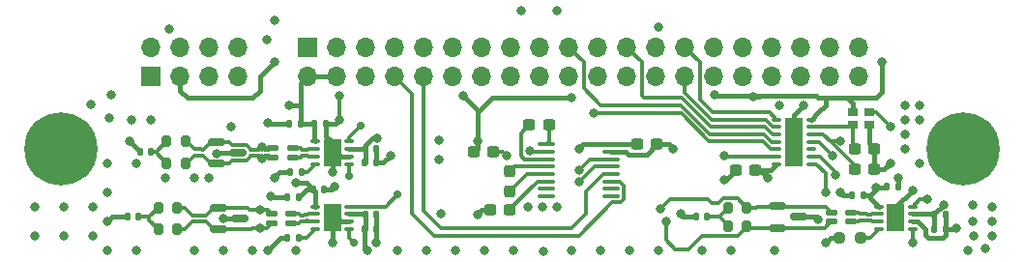
<source format=gbr>
%TF.GenerationSoftware,KiCad,Pcbnew,7.0.8*%
%TF.CreationDate,2024-02-04T14:44:40+01:00*%
%TF.ProjectId,HatV2,48617456-322e-46b6-9963-61645f706362,V2*%
%TF.SameCoordinates,PX5faea10PY6c663e8*%
%TF.FileFunction,Copper,L1,Top*%
%TF.FilePolarity,Positive*%
%FSLAX46Y46*%
G04 Gerber Fmt 4.6, Leading zero omitted, Abs format (unit mm)*
G04 Created by KiCad (PCBNEW 7.0.8) date 2024-02-04 14:44:40*
%MOMM*%
%LPD*%
G01*
G04 APERTURE LIST*
G04 Aperture macros list*
%AMRoundRect*
0 Rectangle with rounded corners*
0 $1 Rounding radius*
0 $2 $3 $4 $5 $6 $7 $8 $9 X,Y pos of 4 corners*
0 Add a 4 corners polygon primitive as box body*
4,1,4,$2,$3,$4,$5,$6,$7,$8,$9,$2,$3,0*
0 Add four circle primitives for the rounded corners*
1,1,$1+$1,$2,$3*
1,1,$1+$1,$4,$5*
1,1,$1+$1,$6,$7*
1,1,$1+$1,$8,$9*
0 Add four rect primitives between the rounded corners*
20,1,$1+$1,$2,$3,$4,$5,0*
20,1,$1+$1,$4,$5,$6,$7,0*
20,1,$1+$1,$6,$7,$8,$9,0*
20,1,$1+$1,$8,$9,$2,$3,0*%
G04 Aperture macros list end*
%TA.AperFunction,SMDPad,CuDef*%
%ADD10R,0.900000X0.800000*%
%TD*%
%TA.AperFunction,SMDPad,CuDef*%
%ADD11RoundRect,0.200000X-0.200000X-0.275000X0.200000X-0.275000X0.200000X0.275000X-0.200000X0.275000X0*%
%TD*%
%TA.AperFunction,SMDPad,CuDef*%
%ADD12RoundRect,0.135000X0.135000X0.185000X-0.135000X0.185000X-0.135000X-0.185000X0.135000X-0.185000X0*%
%TD*%
%TA.AperFunction,SMDPad,CuDef*%
%ADD13RoundRect,0.140000X-0.140000X-0.170000X0.140000X-0.170000X0.140000X0.170000X-0.140000X0.170000X0*%
%TD*%
%TA.AperFunction,SMDPad,CuDef*%
%ADD14RoundRect,0.237500X-0.300000X-0.237500X0.300000X-0.237500X0.300000X0.237500X-0.300000X0.237500X0*%
%TD*%
%TA.AperFunction,SMDPad,CuDef*%
%ADD15RoundRect,0.237500X0.300000X0.237500X-0.300000X0.237500X-0.300000X-0.237500X0.300000X-0.237500X0*%
%TD*%
%TA.AperFunction,SMDPad,CuDef*%
%ADD16RoundRect,0.200000X0.200000X0.275000X-0.200000X0.275000X-0.200000X-0.275000X0.200000X-0.275000X0*%
%TD*%
%TA.AperFunction,SMDPad,CuDef*%
%ADD17RoundRect,0.140000X0.140000X0.170000X-0.140000X0.170000X-0.140000X-0.170000X0.140000X-0.170000X0*%
%TD*%
%TA.AperFunction,SMDPad,CuDef*%
%ADD18RoundRect,0.075000X0.350000X0.075000X-0.350000X0.075000X-0.350000X-0.075000X0.350000X-0.075000X0*%
%TD*%
%TA.AperFunction,ComponentPad*%
%ADD19C,0.500000*%
%TD*%
%TA.AperFunction,SMDPad,CuDef*%
%ADD20R,1.600000X2.400000*%
%TD*%
%TA.AperFunction,ComponentPad*%
%ADD21R,1.700000X1.700000*%
%TD*%
%TA.AperFunction,ComponentPad*%
%ADD22O,1.700000X1.700000*%
%TD*%
%TA.AperFunction,SMDPad,CuDef*%
%ADD23RoundRect,0.150000X-0.587500X-0.150000X0.587500X-0.150000X0.587500X0.150000X-0.587500X0.150000X0*%
%TD*%
%TA.AperFunction,SMDPad,CuDef*%
%ADD24RoundRect,0.237500X0.250000X0.237500X-0.250000X0.237500X-0.250000X-0.237500X0.250000X-0.237500X0*%
%TD*%
%TA.AperFunction,SMDPad,CuDef*%
%ADD25RoundRect,0.100000X-0.637500X-0.100000X0.637500X-0.100000X0.637500X0.100000X-0.637500X0.100000X0*%
%TD*%
%TA.AperFunction,ComponentPad*%
%ADD26C,0.800000*%
%TD*%
%TA.AperFunction,ComponentPad*%
%ADD27C,6.400000*%
%TD*%
%TA.AperFunction,SMDPad,CuDef*%
%ADD28O,0.850000X0.350000*%
%TD*%
%TA.AperFunction,SMDPad,CuDef*%
%ADD29R,1.650000X4.250000*%
%TD*%
%TA.AperFunction,SMDPad,CuDef*%
%ADD30RoundRect,0.237500X0.237500X-0.300000X0.237500X0.300000X-0.237500X0.300000X-0.237500X-0.300000X0*%
%TD*%
%TA.AperFunction,SMDPad,CuDef*%
%ADD31RoundRect,0.020000X0.430000X-0.180000X0.430000X0.180000X-0.430000X0.180000X-0.430000X-0.180000X0*%
%TD*%
%TA.AperFunction,ViaPad*%
%ADD32C,0.800000*%
%TD*%
%TA.AperFunction,ViaPad*%
%ADD33C,0.700000*%
%TD*%
%TA.AperFunction,Conductor*%
%ADD34C,0.400000*%
%TD*%
%TA.AperFunction,Conductor*%
%ADD35C,0.300000*%
%TD*%
G04 APERTURE END LIST*
D10*
%TO.P,Y1,1,1*%
%TO.N,/SPI to CAN/OSC1*%
X74165000Y11600000D03*
%TO.P,Y1,2,2*%
%TO.N,GND*%
X75565000Y11600000D03*
%TO.P,Y1,3,3*%
%TO.N,/SPI to CAN/OSC2*%
X75565000Y12700000D03*
%TO.P,Y1,4,4*%
%TO.N,GND*%
X74165000Y12700000D03*
%TD*%
D11*
%TO.P,R6,1*%
%TO.N,/CAN BUS 1/TERM_CAPA*%
X13335000Y4347037D03*
%TO.P,R6,2*%
%TO.N,/CAN BUS 1/CH1-*%
X14985000Y4347037D03*
%TD*%
D12*
%TO.P,R4,1*%
%TO.N,/CAN BUS 1/CAN_SILENT_1*%
X25647710Y1703718D03*
%TO.P,R4,2*%
%TO.N,GND*%
X24627710Y1703718D03*
%TD*%
D13*
%TO.P,C2,1*%
%TO.N,+5V*%
X27038744Y11699136D03*
%TO.P,C2,2*%
%TO.N,GND*%
X27998744Y11699136D03*
%TD*%
D14*
%TO.P,C12,1*%
%TO.N,/SPI to CAN/OSC1*%
X74295000Y9525000D03*
%TO.P,C12,2*%
%TO.N,GND*%
X76020000Y9525000D03*
%TD*%
D15*
%TO.P,C16,1*%
%TO.N,/RS232 to UART/V-*%
X44137500Y4120000D03*
%TO.P,C16,2*%
%TO.N,GND*%
X42412500Y4120000D03*
%TD*%
D16*
%TO.P,R5,1*%
%TO.N,/CAN BUS 1/CH1+*%
X14985000Y2442037D03*
%TO.P,R5,2*%
%TO.N,/CAN BUS 1/TERM_CAPA*%
X13335000Y2442037D03*
%TD*%
D13*
%TO.P,C9,1*%
%TO.N,+3V3*%
X31445862Y2495001D03*
%TO.P,C9,2*%
%TO.N,GND*%
X32405862Y2495001D03*
%TD*%
D17*
%TO.P,C6,1*%
%TO.N,+5V*%
X25616860Y5273076D03*
%TO.P,C6,2*%
%TO.N,GND*%
X24656860Y5273076D03*
%TD*%
%TO.P,C23,1*%
%TO.N,/CAN BUS SPI/TERM_CAPA*%
X61412741Y3565679D03*
%TO.P,C23,2*%
%TO.N,GND*%
X60452741Y3565679D03*
%TD*%
%TO.P,C1,1*%
%TO.N,+5V*%
X25798853Y11734241D03*
%TO.P,C1,2*%
%TO.N,GND*%
X24838853Y11734241D03*
%TD*%
D18*
%TO.P,U7,1,TXD*%
%TO.N,/CAN BUS SPI/TDX_SPI*%
X79375000Y2495000D03*
%TO.P,U7,2,GND*%
%TO.N,GND*%
X79375000Y3145000D03*
%TO.P,U7,3,VCC*%
%TO.N,+3V3*%
X79375000Y3795000D03*
%TO.P,U7,4,RXD*%
%TO.N,/CAN BUS SPI/RDX_SPI*%
X79375000Y4445000D03*
%TO.P,U7,5,VIO*%
%TO.N,+5V*%
X76475000Y4445000D03*
%TO.P,U7,6,CANL*%
%TO.N,/CAN BUS SPI/CAN-*%
X76475000Y3795000D03*
%TO.P,U7,7,CANH*%
%TO.N,/CAN BUS SPI/CAN+*%
X76475000Y3145000D03*
%TO.P,U7,8,S*%
%TO.N,Net-(U7-S)*%
X76475000Y2495000D03*
D19*
%TO.P,U7,9,PAD*%
%TO.N,GND*%
X78425000Y3470000D03*
X77925000Y2570000D03*
D20*
X77925000Y3470000D03*
D19*
X77925000Y4370000D03*
X77425000Y3470000D03*
%TD*%
D13*
%TO.P,C20,1*%
%TO.N,+5V*%
X77145000Y6148029D03*
%TO.P,C20,2*%
%TO.N,GND*%
X78105000Y6148029D03*
%TD*%
%TO.P,C7,1*%
%TO.N,+5V*%
X26912171Y5957071D03*
%TO.P,C7,2*%
%TO.N,GND*%
X27872171Y5957071D03*
%TD*%
D16*
%TO.P,R2,1*%
%TO.N,/CAN BUS 0/CH0+*%
X15732500Y8225000D03*
%TO.P,R2,2*%
%TO.N,/CAN BUS 0/TERM_CAPA*%
X14082500Y8225000D03*
%TD*%
D12*
%TO.P,R1,1*%
%TO.N,/CAN BUS 0/CAN_SILENT_1*%
X25911577Y7479469D03*
%TO.P,R1,2*%
%TO.N,GND*%
X24891577Y7479469D03*
%TD*%
D21*
%TO.P,J5,1,Pin_1*%
%TO.N,+3V3*%
X26411000Y18415000D03*
D22*
%TO.P,J5,2,Pin_2*%
%TO.N,+5V*%
X26411000Y15875000D03*
%TO.P,J5,3,Pin_3*%
%TO.N,/I2C_GP5_DAT*%
X28951000Y18415000D03*
%TO.P,J5,4,Pin_4*%
%TO.N,+5V*%
X28951000Y15875000D03*
%TO.P,J5,5,Pin_5*%
%TO.N,/I2C_GP5_CLK*%
X31491000Y18415000D03*
%TO.P,J5,6,Pin_6*%
%TO.N,GND*%
X31491000Y15875000D03*
%TO.P,J5,7,Pin_7*%
%TO.N,/MCLK05*%
X34031000Y18415000D03*
%TO.P,J5,8,Pin_8*%
%TO.N,/UART1_TX*%
X34031000Y15875000D03*
%TO.P,J5,9,Pin_9*%
%TO.N,GND*%
X36571000Y18415000D03*
%TO.P,J5,10,Pin_10*%
%TO.N,/UART1_RX*%
X36571000Y15875000D03*
%TO.P,J5,11,Pin_11*%
%TO.N,/UART1_RTS*%
X39111000Y18415000D03*
%TO.P,J5,12,Pin_12*%
%TO.N,/I2S2_CLK*%
X39111000Y15875000D03*
%TO.P,J5,13,Pin_13*%
%TO.N,/PWM01*%
X41651000Y18415000D03*
%TO.P,J5,14,Pin_14*%
%TO.N,GND*%
X41651000Y15875000D03*
%TO.P,J5,15,Pin_15*%
%TO.N,/GPIO27_PWM2*%
X44191000Y18415000D03*
%TO.P,J5,16,Pin_16*%
%TO.N,/GPIO8_AO_DMIC_IN_DAT*%
X44191000Y15875000D03*
%TO.P,J5,17,Pin_17*%
%TO.N,+3V3*%
X46731000Y18415000D03*
%TO.P,J5,18,Pin_18*%
%TO.N,/GPIO35_PWM3*%
X46731000Y15875000D03*
%TO.P,J5,19,Pin_19*%
%TO.N,/SPI1_MOSI*%
X49271000Y18415000D03*
%TO.P,J5,20,Pin_20*%
%TO.N,GND*%
X49271000Y15875000D03*
%TO.P,J5,21,Pin_21*%
%TO.N,/SPI1_MISO*%
X51811000Y18415000D03*
%TO.P,J5,22,Pin_22*%
%TO.N,/GPIO17_40HEADER*%
X51811000Y15875000D03*
%TO.P,J5,23,Pin_23*%
%TO.N,/SPI1_SCK*%
X54351000Y18415000D03*
%TO.P,J5,24,Pin_24*%
%TO.N,/SPI1_CS0*%
X54351000Y15875000D03*
%TO.P,J5,25,Pin_25*%
%TO.N,GND*%
X56891000Y18415000D03*
%TO.P,J5,26,Pin_26*%
%TO.N,/SPI1_CS1*%
X56891000Y15875000D03*
%TO.P,J5,27,Pin_27*%
%TO.N,/I2C_GP2_DAT*%
X59431000Y18415000D03*
%TO.P,J5,28,Pin_28*%
%TO.N,/I2C_GP2_CLK*%
X59431000Y15875000D03*
%TO.P,J5,29,Pin_29*%
%TO.N,/CAN0_DIN*%
X61971000Y18415000D03*
%TO.P,J5,30,Pin_30*%
%TO.N,GND*%
X61971000Y15875000D03*
%TO.P,J5,31,Pin_31*%
%TO.N,/CAN0_DOUT*%
X64511000Y18415000D03*
%TO.P,J5,32,Pin_32*%
%TO.N,/GPIO9_CAN1_GPIO0_DMIC_CLK*%
X64511000Y15875000D03*
%TO.P,J5,33,Pin_33*%
%TO.N,/CAN1_DOUT*%
X67051000Y18415000D03*
%TO.P,J5,34,Pin_34*%
%TO.N,GND*%
X67051000Y15875000D03*
%TO.P,J5,35,Pin_35*%
%TO.N,/I2S_FS*%
X69591000Y18415000D03*
%TO.P,J5,36,Pin_36*%
%TO.N,/UART1_CTS*%
X69591000Y15875000D03*
%TO.P,J5,37,Pin_37*%
%TO.N,/CAN1_DIN*%
X72131000Y18415000D03*
%TO.P,J5,38,Pin_38*%
%TO.N,/I2S_SDIN*%
X72131000Y15875000D03*
%TO.P,J5,39,Pin_39*%
%TO.N,GND*%
X74671000Y18415000D03*
%TO.P,J5,40,Pin_40*%
%TO.N,/I2S_SDOUT*%
X74671000Y15875000D03*
%TD*%
D15*
%TO.P,C13,1*%
%TO.N,+3V3*%
X65632500Y7620000D03*
%TO.P,C13,2*%
%TO.N,GND*%
X63907500Y7620000D03*
%TD*%
D18*
%TO.P,U1,1,TXD*%
%TO.N,/CAN0_DOUT*%
X30025000Y8180000D03*
%TO.P,U1,2,GND*%
%TO.N,GND*%
X30025000Y8830000D03*
%TO.P,U1,3,VCC*%
%TO.N,+3V3*%
X30025000Y9480000D03*
%TO.P,U1,4,RXD*%
%TO.N,/CAN0_DIN*%
X30025000Y10130000D03*
%TO.P,U1,5,VIO*%
%TO.N,+5V*%
X27125000Y10130000D03*
%TO.P,U1,6,CANL*%
%TO.N,/CAN BUS 0/CAN-*%
X27125000Y9480000D03*
%TO.P,U1,7,CANH*%
%TO.N,/CAN BUS 0/CAN+*%
X27125000Y8830000D03*
%TO.P,U1,8,S*%
%TO.N,/CAN BUS 0/CAN_SILENT_1*%
X27125000Y8180000D03*
D19*
%TO.P,U1,9,PAD*%
%TO.N,GND*%
X29075000Y9155000D03*
X28575000Y8255000D03*
D20*
X28575000Y9155000D03*
D19*
X28575000Y10055000D03*
X28075000Y9155000D03*
%TD*%
D23*
%TO.P,U2,1,K1*%
%TO.N,/CAN BUS 0/CH0-*%
X18415000Y10094923D03*
%TO.P,U2,2,K2*%
%TO.N,/CAN BUS 0/CH0+*%
X18415000Y8194923D03*
%TO.P,U2,3,CC*%
%TO.N,GND*%
X20290000Y9144923D03*
%TD*%
D14*
%TO.P,C11,1*%
%TO.N,/SPI to CAN/OSC2*%
X74296488Y7695561D03*
%TO.P,C11,2*%
%TO.N,GND*%
X76021488Y7695561D03*
%TD*%
D17*
%TO.P,C19,1*%
%TO.N,+5V*%
X75076406Y5401800D03*
%TO.P,C19,2*%
%TO.N,GND*%
X74116406Y5401800D03*
%TD*%
D13*
%TO.P,C21,1*%
%TO.N,+3V3*%
X81315000Y3692726D03*
%TO.P,C21,2*%
%TO.N,GND*%
X82275000Y3692726D03*
%TD*%
D11*
%TO.P,R9,1*%
%TO.N,/CAN BUS SPI/TERM_CAPA*%
X63225000Y4327726D03*
%TO.P,R9,2*%
%TO.N,/CAN BUS SPI/CHS_N*%
X64875000Y4327726D03*
%TD*%
D17*
%TO.P,C5,1*%
%TO.N,/CAN BUS 0/TERM_CAPA*%
X12692263Y9214163D03*
%TO.P,C5,2*%
%TO.N,GND*%
X11732263Y9214163D03*
%TD*%
D13*
%TO.P,C4,1*%
%TO.N,+3V3*%
X31438535Y8274923D03*
%TO.P,C4,2*%
%TO.N,GND*%
X32398535Y8274923D03*
%TD*%
D24*
%TO.P,R7,1*%
%TO.N,Net-(U7-S)*%
X74820055Y1690010D03*
%TO.P,R7,2*%
%TO.N,GND*%
X72995055Y1690010D03*
%TD*%
D25*
%TO.P,U6,1,C1+*%
%TO.N,/RS232 to UART/C1+*%
X47302500Y9895000D03*
%TO.P,U6,2,V+*%
%TO.N,/RS232 to UART/V+*%
X47302500Y9245000D03*
%TO.P,U6,3,C1-*%
%TO.N,/RS232 to UART/C1-*%
X47302500Y8595000D03*
%TO.P,U6,4,C2+*%
%TO.N,/RS232 to UART/C2+*%
X47302500Y7945000D03*
%TO.P,U6,5,C2-*%
%TO.N,/RS232 to UART/C2-*%
X47302500Y7295000D03*
%TO.P,U6,6,V-*%
%TO.N,/RS232 to UART/V-*%
X47302500Y6645000D03*
%TO.P,U6,7,DOUT2*%
%TO.N,unconnected-(U6-DOUT2-Pad7)*%
X47302500Y5995000D03*
%TO.P,U6,8,RIN2*%
%TO.N,unconnected-(U6-RIN2-Pad8)*%
X47302500Y5345000D03*
%TO.P,U6,9,ROUT2*%
%TO.N,unconnected-(U6-ROUT2-Pad9)*%
X53027500Y5345000D03*
%TO.P,U6,10,DIN2*%
%TO.N,unconnected-(U6-DIN2-Pad10)*%
X53027500Y5995000D03*
%TO.P,U6,11,DIN1*%
%TO.N,/UART1_TX*%
X53027500Y6645000D03*
%TO.P,U6,12,ROUT1*%
%TO.N,/UART1_RX*%
X53027500Y7295000D03*
%TO.P,U6,13,RIN1*%
%TO.N,/RS232 to UART/RIN1*%
X53027500Y7945000D03*
%TO.P,U6,14,DOUT1*%
%TO.N,/RS232 to UART/DOUT1*%
X53027500Y8595000D03*
%TO.P,U6,15,GND*%
%TO.N,GND*%
X53027500Y9245000D03*
%TO.P,U6,16,VCC*%
%TO.N,+3V3*%
X53027500Y9895000D03*
%TD*%
D26*
%TO.P,H1,1*%
%TO.N,N/C*%
X4821000Y11897056D03*
X6518056Y7800000D03*
X6518056Y11194112D03*
X7221000Y9497056D03*
D27*
X4821000Y9497056D03*
D26*
X4821000Y7097056D03*
X3123944Y11194112D03*
X3123944Y7800000D03*
X2421000Y9497056D03*
%TD*%
D28*
%TO.P,U5,1,TXCAN*%
%TO.N,/CAN BUS SPI/TDX_SPI*%
X70492500Y8165000D03*
%TO.P,U5,2,RXCAN*%
%TO.N,/CAN BUS SPI/RDX_SPI*%
X70492500Y8815000D03*
%TO.P,U5,3,CLKO/SOF*%
%TO.N,unconnected-(U5-CLKO{slash}SOF-Pad3)*%
X70492500Y9465000D03*
%TO.P,U5,4,~{INT}*%
%TO.N,/GPIO17_40HEADER*%
X70492500Y10115000D03*
%TO.P,U5,5,OSC2*%
%TO.N,/SPI to CAN/OSC2*%
X70492500Y10765000D03*
%TO.P,U5,6,OSC1*%
%TO.N,/SPI to CAN/OSC1*%
X70492500Y11415000D03*
%TO.P,U5,7,VSS*%
%TO.N,GND*%
X70492500Y12065000D03*
%TO.P,U5,8,~{INT1}/GPIO1*%
%TO.N,/I2C_GP2_DAT*%
X67492500Y12065000D03*
%TO.P,U5,9,~{INT0}/GPIO0/XSTBY*%
%TO.N,/I2C_GP2_CLK*%
X67492500Y11415000D03*
%TO.P,U5,10,SCK*%
%TO.N,/SPI1_SCK*%
X67492500Y10765000D03*
%TO.P,U5,11,SDI*%
%TO.N,/SPI1_MOSI*%
X67492500Y10115000D03*
%TO.P,U5,12,SDO*%
%TO.N,/SPI1_MISO*%
X67492500Y9465000D03*
%TO.P,U5,13,nCS*%
%TO.N,/SPI1_CS0*%
X67492500Y8815000D03*
%TO.P,U5,14,VDD*%
%TO.N,+3V3*%
X67492500Y8165000D03*
D29*
%TO.P,U5,15,VSS*%
%TO.N,GND*%
X68992500Y10115000D03*
%TD*%
D23*
%TO.P,U4,1,K1*%
%TO.N,/CAN BUS 1/CH1-*%
X18636494Y4359549D03*
%TO.P,U4,2,K2*%
%TO.N,/CAN BUS 1/CH1+*%
X18636494Y2459549D03*
%TO.P,U4,3,CC*%
%TO.N,GND*%
X20511494Y3409549D03*
%TD*%
D11*
%TO.P,R3,1*%
%TO.N,/CAN BUS 0/TERM_CAPA*%
X14082500Y10130000D03*
%TO.P,R3,2*%
%TO.N,/CAN BUS 0/CH0-*%
X15732500Y10130000D03*
%TD*%
D23*
%TO.P,U8,1,K1*%
%TO.N,/CAN BUS SPI/CHS_N*%
X67560627Y4489853D03*
%TO.P,U8,2,K2*%
%TO.N,/CAN BUS SPI/CHS_P*%
X67560627Y2589853D03*
%TO.P,U8,3,CC*%
%TO.N,GND*%
X69435627Y3539853D03*
%TD*%
D13*
%TO.P,C3,1*%
%TO.N,+3V3*%
X31450000Y9495000D03*
%TO.P,C3,2*%
%TO.N,GND*%
X32410000Y9495000D03*
%TD*%
D30*
%TO.P,C18,1*%
%TO.N,/RS232 to UART/C2-*%
X44137500Y5797500D03*
%TO.P,C18,2*%
%TO.N,/RS232 to UART/C2+*%
X44137500Y7522500D03*
%TD*%
D18*
%TO.P,U3,1,TXD*%
%TO.N,/CAN1_DOUT*%
X30025000Y2495000D03*
%TO.P,U3,2,GND*%
%TO.N,GND*%
X30025000Y3145000D03*
%TO.P,U3,3,VCC*%
%TO.N,+3V3*%
X30025000Y3795000D03*
%TO.P,U3,4,RXD*%
%TO.N,/CAN1_DIN*%
X30025000Y4445000D03*
%TO.P,U3,5,VIO*%
%TO.N,+5V*%
X27125000Y4445000D03*
%TO.P,U3,6,CANL*%
%TO.N,/CAN BUS 1/CAN-*%
X27125000Y3795000D03*
%TO.P,U3,7,CANH*%
%TO.N,/CAN BUS 1/CAN+*%
X27125000Y3145000D03*
%TO.P,U3,8,S*%
%TO.N,/CAN BUS 1/CAN_SILENT_1*%
X27125000Y2495000D03*
D19*
%TO.P,U3,9,PAD*%
%TO.N,GND*%
X29075000Y3470000D03*
X28575000Y2570000D03*
D20*
X28575000Y3470000D03*
D19*
X28575000Y4370000D03*
X28075000Y3470000D03*
%TD*%
D13*
%TO.P,C22,1*%
%TO.N,+3V3*%
X81315000Y2422726D03*
%TO.P,C22,2*%
%TO.N,GND*%
X82275000Y2422726D03*
%TD*%
D14*
%TO.P,C14,1*%
%TO.N,+3V3*%
X55279108Y9883630D03*
%TO.P,C14,2*%
%TO.N,GND*%
X57004108Y9883630D03*
%TD*%
D26*
%TO.P,H2,1*%
%TO.N,N/C*%
X83820000Y11925000D03*
X85517056Y7827944D03*
X85517056Y11222056D03*
X86220000Y9525000D03*
D27*
X83820000Y9525000D03*
D26*
X83820000Y7125000D03*
X82122944Y11222056D03*
X82122944Y7827944D03*
X81420000Y9525000D03*
%TD*%
D31*
%TO.P,FL2,1,1*%
%TO.N,/CAN BUS 1/CAN+*%
X24997656Y3010000D03*
%TO.P,FL2,2,2*%
%TO.N,/CAN BUS 1/CAN-*%
X24997656Y3810000D03*
%TO.P,FL2,3,3*%
%TO.N,/CAN BUS 1/CH1-*%
X23297656Y3810000D03*
%TO.P,FL2,4,4*%
%TO.N,/CAN BUS 1/CH1+*%
X23297656Y3010000D03*
%TD*%
D15*
%TO.P,C15,1*%
%TO.N,/RS232 to UART/V+*%
X42687500Y9200000D03*
%TO.P,C15,2*%
%TO.N,GND*%
X40962500Y9200000D03*
%TD*%
D31*
%TO.P,FL1,1,1*%
%TO.N,/CAN BUS 0/CAN+*%
X25101824Y8744923D03*
%TO.P,FL1,2,2*%
%TO.N,/CAN BUS 0/CAN-*%
X25101824Y9544923D03*
%TO.P,FL1,3,3*%
%TO.N,/CAN BUS 0/CH0-*%
X23401824Y9544923D03*
%TO.P,FL1,4,4*%
%TO.N,/CAN BUS 0/CH0+*%
X23401824Y8744923D03*
%TD*%
D13*
%TO.P,C8,1*%
%TO.N,+3V3*%
X31450000Y3765000D03*
%TO.P,C8,2*%
%TO.N,GND*%
X32410000Y3765000D03*
%TD*%
D31*
%TO.P,FL3,1,1*%
%TO.N,/CAN BUS SPI/CAN+*%
X73961362Y3117737D03*
%TO.P,FL3,2,2*%
%TO.N,/CAN BUS SPI/CAN-*%
X73961362Y3917737D03*
%TO.P,FL3,3,3*%
%TO.N,/CAN BUS SPI/CHS_N*%
X72261362Y3917737D03*
%TO.P,FL3,4,4*%
%TO.N,/CAN BUS SPI/CHS_P*%
X72261362Y3117737D03*
%TD*%
D16*
%TO.P,R8,1*%
%TO.N,/CAN BUS SPI/CHS_P*%
X64861146Y2714972D03*
%TO.P,R8,2*%
%TO.N,/CAN BUS SPI/TERM_CAPA*%
X63211146Y2714972D03*
%TD*%
D15*
%TO.P,C17,1*%
%TO.N,/RS232 to UART/C1+*%
X47540000Y11618075D03*
%TO.P,C17,2*%
%TO.N,/RS232 to UART/C1-*%
X45815000Y11618075D03*
%TD*%
D17*
%TO.P,C10,1*%
%TO.N,/CAN BUS 1/TERM_CAPA*%
X11616039Y3577776D03*
%TO.P,C10,2*%
%TO.N,GND*%
X10656039Y3577776D03*
%TD*%
D21*
%TO.P,J6,1,Pin_1*%
%TO.N,GND*%
X12700000Y15875000D03*
D22*
%TO.P,J6,2,Pin_2*%
%TO.N,/I2C_GP5_DAT*%
X12700000Y18415000D03*
%TO.P,J6,3,Pin_3*%
%TO.N,/I2C_GP5_CLK*%
X15240000Y15875000D03*
%TO.P,J6,4,Pin_4*%
%TO.N,/PWM01*%
X15240000Y18415000D03*
%TO.P,J6,5,Pin_5*%
%TO.N,/GPIO27_PWM2*%
X17780000Y15875000D03*
%TO.P,J6,6,Pin_6*%
%TO.N,/GPIO35_PWM3*%
X17780000Y18415000D03*
%TO.P,J6,7,Pin_7*%
%TO.N,/GPIO8_AO_DMIC_IN_DAT*%
X20320000Y15875000D03*
%TO.P,J6,8,Pin_8*%
%TO.N,GND*%
X20320000Y18415000D03*
%TD*%
D32*
%TO.N,GND*%
X7467600Y13385800D03*
X9194800Y14198600D03*
X9093200Y12166600D03*
X84632800Y4546600D03*
X84632800Y3175000D03*
X84734400Y1905000D03*
X17780000Y6985000D03*
X37934857Y8572253D03*
X37934857Y10287198D03*
X38056197Y3802825D03*
X8890000Y635000D03*
X11430000Y635000D03*
X25400000Y635000D03*
X21590000Y635000D03*
X19050000Y635000D03*
X16510000Y635000D03*
X13970000Y6985000D03*
X16510000Y6985000D03*
X11430000Y8255000D03*
X8890000Y8255000D03*
X8890000Y5715000D03*
X86360000Y3175000D03*
X85750400Y736600D03*
X86360000Y1905000D03*
X86360000Y4445000D03*
X84277200Y584200D03*
X67310000Y635000D03*
X63500000Y635000D03*
X60960000Y635000D03*
X57150000Y635000D03*
X54610000Y635000D03*
X52070000Y635000D03*
X49530000Y635000D03*
X47091600Y533400D03*
X44450000Y635000D03*
X41910000Y635000D03*
X39370000Y635000D03*
X36830000Y635000D03*
X34290000Y635000D03*
X46990000Y4445000D03*
X80010000Y12065000D03*
X80010000Y8255000D03*
X78740000Y9525000D03*
X78740000Y10795000D03*
X78740000Y12065000D03*
X78740000Y13335000D03*
X80010000Y13335000D03*
X48260000Y4445000D03*
X45720000Y4445000D03*
X12700000Y12065000D03*
X10972800Y12065000D03*
X7620000Y1905000D03*
X5080000Y1905000D03*
X2540000Y1905000D03*
X7620000Y4445000D03*
X5080000Y4445000D03*
X2540000Y4445000D03*
X79375000Y5829500D03*
X28575000Y7455500D03*
X28575000Y1270000D03*
X69850000Y13335000D03*
X49530000Y13970000D03*
X29210000Y12065000D03*
X29210000Y14134500D03*
X77470000Y8255000D03*
X40005000Y14134500D03*
X28776756Y6219500D03*
X59055000Y3810000D03*
%TO.N,/CAN BUS SPI/CHS_N*%
X57346161Y4257617D03*
%TO.N,/CAN BUS SPI/CHS_P*%
X57785000Y3175000D03*
%TO.N,GND*%
X78105000Y6985000D03*
X71120000Y3339353D03*
X62865000Y6820500D03*
D33*
%TO.N,/CAN1_DIN*%
X34290000Y5496820D03*
D32*
%TO.N,GND*%
X76720500Y17145000D03*
X65405000Y14085419D03*
%TO.N,/I2C_GP5_CLK*%
X23495000Y17145000D03*
%TO.N,GND*%
X62075232Y14240187D03*
X57150000Y20155500D03*
X22860000Y19050000D03*
%TO.N,/RS232 to UART/V+*%
X45874467Y9349649D03*
X43815000Y8890000D03*
%TO.N,GND*%
X41275000Y10160000D03*
X41275000Y3732384D03*
%TO.N,/SPI to CAN/OSC2*%
X77470000Y11430000D03*
X73025000Y10160000D03*
%TO.N,+5V*%
X25400000Y6520820D03*
X76212898Y6127056D03*
X24765000Y13335000D03*
%TO.N,GND*%
X10795000Y10160000D03*
X23495000Y6985000D03*
X33655000Y8890000D03*
X32385000Y1270000D03*
X8890000Y3175000D03*
X23211114Y5363886D03*
X19685000Y11430000D03*
X22910500Y11777144D03*
X71755000Y1270000D03*
X19050000Y3359049D03*
X83185000Y2540000D03*
X58420000Y9525000D03*
X18415000Y9094423D03*
X73025000Y5715000D03*
X22934844Y635000D03*
%TO.N,+3V3*%
X66675000Y6985000D03*
X82143669Y4602226D03*
X50165000Y9525000D03*
X32489192Y10404500D03*
X31678245Y563245D03*
%TO.N,/I2C_GP5_DAT*%
X14287500Y20002500D03*
%TO.N,/GPIO8_AO_DMIC_IN_DAT*%
X45085000Y21590000D03*
%TO.N,/GPIO35_PWM3*%
X23495000Y20790500D03*
X48260000Y21590000D03*
%TO.N,/SPI1_MISO*%
X51435000Y12585500D03*
%TO.N,/GPIO17_40HEADER*%
X72390000Y8890000D03*
%TO.N,/SPI1_CS0*%
X67730304Y13335919D03*
X62869984Y8890000D03*
D33*
%TO.N,/CAN0_DIN*%
X31043245Y11501755D03*
%TO.N,/CAN0_DOUT*%
X30016904Y7110660D03*
%TO.N,/CAN1_DOUT*%
X30480000Y1270000D03*
D32*
%TO.N,/RS232 to UART/RIN1*%
X50165000Y6620497D03*
%TO.N,/RS232 to UART/DOUT1*%
X50165000Y7620000D03*
%TO.N,/CAN BUS SPI/TDX_SPI*%
X71755000Y5715000D03*
X79375000Y1270000D03*
%TO.N,/CAN BUS SPI/RDX_SPI*%
X80645000Y5080000D03*
X72637832Y7232832D03*
%TO.N,/CAN BUS 0/CH0+*%
X22428704Y8619923D03*
%TO.N,/CAN BUS 0/CH0-*%
X22428704Y9669923D03*
%TO.N,/CAN BUS 1/CH1+*%
X22225000Y2540000D03*
%TO.N,/CAN BUS 1/CH1-*%
X22225000Y4174503D03*
%TD*%
D34*
%TO.N,+3V3*%
X81315000Y3806402D02*
X81315000Y3692726D01*
X82110824Y4602226D02*
X81315000Y3806402D01*
X82143669Y4602226D02*
X82110824Y4602226D01*
%TO.N,GND*%
X82042000Y1701800D02*
X82275000Y1934800D01*
X80772000Y1701800D02*
X82042000Y1701800D01*
X82275000Y1934800D02*
X82275000Y2422726D01*
X80518000Y2448752D02*
X80518000Y1955800D01*
X80518000Y1955800D02*
X80772000Y1701800D01*
X79821752Y3145000D02*
X80518000Y2448752D01*
X79375000Y3145000D02*
X79821752Y3145000D01*
D35*
%TO.N,/CAN BUS 1/CH1+*%
X21590000Y2540000D02*
X22225000Y2540000D01*
X21509549Y2459549D02*
X21590000Y2540000D01*
X18636494Y2459549D02*
X21509549Y2459549D01*
%TO.N,/CAN BUS 1/CH1-*%
X21368315Y4174503D02*
X22225000Y4174503D01*
X21183269Y4359549D02*
X21368315Y4174503D01*
X18636494Y4359549D02*
X21183269Y4359549D01*
%TO.N,/CAN BUS 1/CAN-*%
X25672657Y3810000D02*
X24997656Y3810000D01*
X25797657Y3685000D02*
X25672657Y3810000D01*
X26072156Y3685000D02*
X25797657Y3685000D01*
X26132156Y3745000D02*
X26072156Y3685000D01*
X27125000Y3795000D02*
X26487499Y3795000D01*
X26487499Y3795000D02*
X26437499Y3745000D01*
X26437499Y3745000D02*
X26132156Y3745000D01*
D34*
%TO.N,+3V3*%
X65632500Y7620000D02*
X66947500Y7620000D01*
X66675000Y6985000D02*
X66040000Y7620000D01*
X66947500Y7620000D02*
X67492500Y8165000D01*
%TO.N,GND*%
X77925000Y4379500D02*
X79375000Y5829500D01*
X77925000Y4370000D02*
X77925000Y4379500D01*
X78105000Y6985000D02*
X78105000Y6148029D01*
X77925000Y2970000D02*
X78425000Y3470000D01*
X77925000Y2570000D02*
X77925000Y2970000D01*
X78425000Y3470000D02*
X78425000Y3870000D01*
X78425000Y3870000D02*
X77925000Y4370000D01*
X77425000Y3870000D02*
X77925000Y4370000D01*
X77425000Y3470000D02*
X77425000Y3870000D01*
X77925000Y2970000D02*
X77425000Y3470000D01*
X29075000Y9155000D02*
X28575000Y9155000D01*
X28075000Y9155000D02*
X28575000Y9155000D01*
X28575000Y10055000D02*
X28575000Y8255000D01*
X28575000Y3470000D02*
X29075000Y3470000D01*
X28075000Y3470000D02*
X28575000Y3470000D01*
X28575000Y4370000D02*
X28575000Y2570000D01*
X28575000Y8255000D02*
X28575000Y7455500D01*
X28514327Y5957071D02*
X27872171Y5957071D01*
X28776756Y6219500D02*
X28514327Y5957071D01*
X28575000Y3470000D02*
X28575000Y1270000D01*
X68992500Y12477500D02*
X69850000Y13335000D01*
X68992500Y10115000D02*
X68992500Y12477500D01*
X74165000Y13465000D02*
X73660000Y13970000D01*
X74165000Y12700000D02*
X74165000Y13465000D01*
X73660000Y13970000D02*
X71755000Y13970000D01*
X76200000Y13970000D02*
X73660000Y13970000D01*
X71127500Y12707500D02*
X71755000Y13335000D01*
X71755000Y13335000D02*
X71755000Y13970000D01*
X71755000Y13970000D02*
X71120000Y13970000D01*
X71120000Y13970000D02*
X70954081Y14135919D01*
X76720500Y14490500D02*
X76200000Y13970000D01*
X70954081Y14135919D02*
X66040000Y14135919D01*
X76720500Y17145000D02*
X76720500Y14490500D01*
X71127500Y12707500D02*
X71127500Y12700000D01*
X70492500Y12065000D02*
X71127500Y12700000D01*
X42545000Y13970000D02*
X41275000Y12700000D01*
X49530000Y13970000D02*
X42545000Y13970000D01*
X41275000Y12700000D02*
X41275000Y10160000D01*
X41275000Y12864500D02*
X41275000Y12700000D01*
X65989500Y14085419D02*
X66040000Y14135919D01*
X65405000Y14085419D02*
X65989500Y14085419D01*
X66040000Y14135919D02*
X62179500Y14135919D01*
X62179500Y14135919D02*
X62075232Y14240187D01*
X40005000Y14134500D02*
X41275000Y12864500D01*
D35*
X29210000Y14134500D02*
X29210000Y12065000D01*
D34*
X28844136Y11699136D02*
X29210000Y12065000D01*
X27998744Y11699136D02*
X28844136Y11699136D01*
D35*
%TO.N,/CAN BUS SPI/TERM_CAPA*%
X63211146Y2714972D02*
X63211146Y2817486D01*
X63211146Y2817486D02*
X62462953Y3565679D01*
X61412741Y3565679D02*
X62462953Y3565679D01*
X62462953Y3565679D02*
X63225000Y4327726D01*
D34*
%TO.N,GND*%
X76910561Y7695561D02*
X77470000Y8255000D01*
X76021488Y7695561D02*
X76910561Y7695561D01*
X28575000Y4370000D02*
X28575000Y3470000D01*
%TO.N,+3V3*%
X66040000Y7620000D02*
X65632500Y7620000D01*
%TO.N,GND*%
X63108000Y6820500D02*
X63907500Y7620000D01*
X62865000Y6820500D02*
X63108000Y6820500D01*
D35*
%TO.N,/CAN BUS SPI/CHS_P*%
X59778594Y723594D02*
X60944972Y1889972D01*
X60944972Y1889972D02*
X64119972Y1889972D01*
X58596858Y723594D02*
X59778594Y723594D01*
X57785000Y1535452D02*
X58596858Y723594D01*
X57785000Y3175000D02*
X57785000Y1535452D01*
X64119972Y1889972D02*
X64861146Y2631146D01*
X64861146Y2631146D02*
X64861146Y2714972D01*
X71711296Y2589853D02*
X67560627Y2589853D01*
X72239180Y3117737D02*
X71711296Y2589853D01*
X72261362Y3117737D02*
X72239180Y3117737D01*
%TO.N,/CAN BUS SPI/CHS_N*%
X64875000Y4327726D02*
X65696082Y4327726D01*
X65696082Y4327726D02*
X65813356Y4445000D01*
X65813356Y4445000D02*
X67515774Y4445000D01*
X67515774Y4445000D02*
X67560627Y4489853D01*
X61770022Y4750035D02*
X62391344Y4750035D01*
X62794035Y5152726D02*
X64050000Y5152726D01*
X61440057Y5080000D02*
X61770022Y4750035D01*
X62391344Y4750035D02*
X62794035Y5152726D01*
X58168544Y5080000D02*
X61440057Y5080000D01*
X57346161Y4257617D02*
X58168544Y5080000D01*
X64050000Y5152726D02*
X64875000Y4327726D01*
D34*
%TO.N,GND*%
X59299321Y3565679D02*
X59055000Y3810000D01*
X60452741Y3565679D02*
X59299321Y3565679D01*
D35*
%TO.N,/CAN BUS SPI/CHS_P*%
X66086027Y2540000D02*
X66135880Y2589853D01*
X65036118Y2540000D02*
X66086027Y2540000D01*
X66135880Y2589853D02*
X67560627Y2589853D01*
X64861146Y2714972D02*
X65036118Y2540000D01*
%TO.N,/CAN BUS SPI/CHS_N*%
X67605480Y4445000D02*
X67560627Y4489853D01*
X71755000Y4445000D02*
X67605480Y4445000D01*
D34*
%TO.N,GND*%
X69435627Y3539853D02*
X70919500Y3539853D01*
X70919500Y3539853D02*
X71120000Y3339353D01*
D35*
%TO.N,/CAN BUS SPI/CHS_N*%
X72261362Y3917737D02*
X72261362Y3938638D01*
X72261362Y3938638D02*
X71755000Y4445000D01*
D34*
%TO.N,GND*%
X58061370Y9883630D02*
X57004108Y9883630D01*
X58420000Y9525000D02*
X58061370Y9883630D01*
D35*
%TO.N,/CAN1_DIN*%
X33238180Y4445000D02*
X34290000Y5496820D01*
X30025000Y4445000D02*
X33238180Y4445000D01*
%TO.N,/SPI1_CS0*%
X62944984Y8815000D02*
X67492500Y8815000D01*
X62869984Y8890000D02*
X62944984Y8815000D01*
%TO.N,/SPI1_MISO*%
X66283718Y10160000D02*
X66978718Y9465000D01*
X59133447Y12585500D02*
X61558947Y10160000D01*
X51435000Y12585500D02*
X59133447Y12585500D01*
X61558947Y10160000D02*
X66283718Y10160000D01*
X66978718Y9465000D02*
X67492500Y9465000D01*
%TO.N,/SPI1_MOSI*%
X50611000Y17075000D02*
X49271000Y18415000D01*
X59091053Y13335000D02*
X52070000Y13335000D01*
X61631053Y10795000D02*
X59091053Y13335000D01*
X50611000Y14794000D02*
X50611000Y17075000D01*
X67035824Y10115000D02*
X66355824Y10795000D01*
X67492500Y10115000D02*
X67035824Y10115000D01*
X66355824Y10795000D02*
X61631053Y10795000D01*
X52070000Y13335000D02*
X50611000Y14794000D01*
%TO.N,/SPI1_SCK*%
X55691000Y17075000D02*
X54351000Y18415000D01*
X55880000Y13970000D02*
X55691000Y14159000D01*
X55691000Y14159000D02*
X55691000Y17075000D01*
X61703159Y11430000D02*
X59163159Y13970000D01*
X59163159Y13970000D02*
X55880000Y13970000D01*
X66427930Y11430000D02*
X61703159Y11430000D01*
X67092930Y10765000D02*
X66427930Y11430000D01*
X67492500Y10765000D02*
X67092930Y10765000D01*
%TO.N,/I2C_GP2_CLK*%
X61775265Y12065000D02*
X59431000Y14409265D01*
X66500036Y12065000D02*
X61775265Y12065000D01*
X67150036Y11415000D02*
X66500036Y12065000D01*
X59431000Y14409265D02*
X59431000Y15875000D01*
X67492500Y11415000D02*
X67150036Y11415000D01*
%TO.N,/I2C_GP2_DAT*%
X60771000Y13776371D02*
X60771000Y17075000D01*
X60771000Y17075000D02*
X59431000Y18415000D01*
X67492500Y12065000D02*
X66857500Y12700000D01*
X66857500Y12700000D02*
X61847371Y12700000D01*
X61847371Y12700000D02*
X60771000Y13776371D01*
%TO.N,/CAN BUS SPI/TDX_SPI*%
X71755000Y7355000D02*
X70945000Y8165000D01*
X70945000Y8165000D02*
X70492500Y8165000D01*
X71755000Y5715000D02*
X71755000Y7355000D01*
D34*
%TO.N,/I2C_GP5_CLK*%
X15240000Y14605000D02*
X15240000Y15875000D01*
X21590000Y13970000D02*
X15875000Y13970000D01*
X22225000Y15875000D02*
X22225000Y14605000D01*
X15875000Y13970000D02*
X15240000Y14605000D01*
X23495000Y17145000D02*
X22225000Y15875000D01*
X22225000Y14605000D02*
X21590000Y13970000D01*
%TO.N,GND*%
X24003562Y1703718D02*
X24627710Y1703718D01*
X22934844Y635000D02*
X24003562Y1703718D01*
D35*
%TO.N,/CAN0_DOUT*%
X30025000Y7118756D02*
X30025000Y8180000D01*
X30016904Y7110660D02*
X30025000Y7118756D01*
D34*
%TO.N,+5V*%
X25798853Y13335000D02*
X24765000Y13335000D01*
D35*
%TO.N,/RS232 to UART/V+*%
X45979116Y9245000D02*
X47302500Y9245000D01*
X45874467Y9349649D02*
X45979116Y9245000D01*
%TO.N,/RS232 to UART/C1-*%
X45085000Y10888075D02*
X45815000Y11618075D01*
X45380000Y8595000D02*
X45085000Y8890000D01*
X45085000Y8890000D02*
X45085000Y10888075D01*
X47302500Y8595000D02*
X45380000Y8595000D01*
%TO.N,/RS232 to UART/C1+*%
X47540000Y10132500D02*
X47302500Y9895000D01*
X47540000Y11618075D02*
X47540000Y10132500D01*
%TO.N,/RS232 to UART/V+*%
X42687500Y9200000D02*
X43505000Y9200000D01*
X43505000Y9200000D02*
X43815000Y8890000D01*
D34*
%TO.N,GND*%
X41275000Y10160000D02*
X41275000Y9512500D01*
X41275000Y9512500D02*
X40962500Y9200000D01*
D35*
%TO.N,/RS232 to UART/C1+*%
X47302500Y11380575D02*
X47540000Y11618075D01*
%TO.N,/RS232 to UART/V-*%
X46565000Y6645000D02*
X44137500Y4217500D01*
D34*
%TO.N,GND*%
X41662616Y4120000D02*
X41275000Y3732384D01*
X42412500Y4120000D02*
X41662616Y4120000D01*
D35*
%TO.N,/RS232 to UART/V-*%
X44137500Y4217500D02*
X44137500Y4120000D01*
%TO.N,/RS232 to UART/C2-*%
X44137500Y5797500D02*
X45635000Y7295000D01*
X45635000Y7295000D02*
X47302500Y7295000D01*
%TO.N,/RS232 to UART/C2+*%
X44560000Y7945000D02*
X47302500Y7945000D01*
X44137500Y7522500D02*
X44560000Y7945000D01*
%TO.N,/UART1_TX*%
X53027500Y6645000D02*
X53765000Y6645000D01*
X53765000Y6645000D02*
X54115000Y6295000D01*
X54115000Y6295000D02*
X54115000Y5058602D01*
X54115000Y5058602D02*
X53851398Y4795000D01*
X35560000Y14346000D02*
X34031000Y15875000D01*
X53851398Y4795000D02*
X53055000Y4795000D01*
X53055000Y4795000D02*
X50165000Y1905000D01*
X50165000Y1905000D02*
X37465000Y1905000D01*
X37465000Y1905000D02*
X35560000Y3810000D01*
X35560000Y3810000D02*
X35560000Y14346000D01*
%TO.N,/UART1_RX*%
X36571000Y4069000D02*
X36571000Y15875000D01*
X50800000Y5805000D02*
X50800000Y3810000D01*
X53027500Y7295000D02*
X52290000Y7295000D01*
X49530000Y2540000D02*
X38100000Y2540000D01*
X52290000Y7295000D02*
X50800000Y5805000D01*
X50800000Y3810000D02*
X49530000Y2540000D01*
X38100000Y2540000D02*
X36571000Y4069000D01*
D34*
%TO.N,GND*%
X76020000Y9525000D02*
X76020000Y7697049D01*
X75565000Y9980000D02*
X76020000Y9525000D01*
X75565000Y11600000D02*
X75565000Y9980000D01*
D35*
%TO.N,/SPI to CAN/OSC2*%
X76200000Y12700000D02*
X75565000Y12700000D01*
X77470000Y11430000D02*
X76200000Y12700000D01*
X72390000Y10160000D02*
X73025000Y10160000D01*
X72285330Y10055330D02*
X71575661Y10765000D01*
X74296488Y8044173D02*
X72285330Y10055330D01*
X72285330Y10055330D02*
X72390000Y10160000D01*
X71575661Y10765000D02*
X70492500Y10765000D01*
X74296488Y7695561D02*
X74296488Y8044173D01*
%TO.N,/SPI to CAN/OSC1*%
X74165000Y9655000D02*
X74295000Y9525000D01*
X74165000Y11430000D02*
X74165000Y9655000D01*
X74150000Y11415000D02*
X74165000Y11430000D01*
X70492500Y11415000D02*
X74150000Y11415000D01*
%TO.N,/CAN BUS SPI/RDX_SPI*%
X71287464Y8815000D02*
X70492500Y8815000D01*
%TO.N,/GPIO17_40HEADER*%
X71165000Y10115000D02*
X70492500Y10115000D01*
X72390000Y8890000D02*
X71165000Y10115000D01*
D34*
%TO.N,GND*%
X68992500Y10990000D02*
X68992500Y10115000D01*
%TO.N,+5V*%
X75707266Y5212734D02*
X76475000Y4445000D01*
X75707266Y5401800D02*
X75707266Y5212734D01*
X76212898Y5907432D02*
X75707266Y5401800D01*
X76212898Y6127056D02*
X76212898Y5907432D01*
X76212898Y6127056D02*
X77124027Y6127056D01*
X77124027Y6127056D02*
X77145000Y6148029D01*
X76212898Y6127056D02*
X76233871Y6148029D01*
X26912171Y5957071D02*
X26300855Y5957071D01*
X27125000Y5744242D02*
X26912171Y5957071D01*
X26411000Y15875000D02*
X28951000Y15875000D01*
X27038744Y10216256D02*
X27125000Y10130000D01*
X26348422Y6520820D02*
X26912171Y5957071D01*
X25798853Y11734241D02*
X25798853Y13335000D01*
X27038744Y11699136D02*
X27038744Y10216256D01*
X75076406Y5401800D02*
X75707266Y5401800D01*
X25400000Y6520820D02*
X26348422Y6520820D01*
X27003639Y11734241D02*
X27038744Y11699136D01*
X26300855Y5957071D02*
X25616860Y5273076D01*
X25798853Y13335000D02*
X25798853Y15262853D01*
X25798853Y15262853D02*
X26411000Y15875000D01*
X27125000Y4445000D02*
X27125000Y5744242D01*
X25798853Y11734241D02*
X27003639Y11734241D01*
%TO.N,GND*%
X19100500Y3409549D02*
X19050000Y3359049D01*
X74116406Y5401800D02*
X73338200Y5401800D01*
X20511494Y3409549D02*
X19100500Y3409549D01*
X24838853Y11734241D02*
X22953403Y11734241D01*
X29400000Y3145000D02*
X29075000Y3470000D01*
X33039923Y8274923D02*
X33655000Y8890000D01*
X18465500Y9144923D02*
X18415000Y9094423D01*
X11732263Y9214163D02*
X11732263Y9222737D01*
X69445000Y10990000D02*
X69445000Y10115000D01*
X20290000Y9144923D02*
X18465500Y9144923D01*
X54255000Y9245000D02*
X54491370Y9008630D01*
X73338200Y5401800D02*
X73025000Y5715000D01*
X82275000Y2422726D02*
X83067726Y2422726D01*
X30025000Y8830000D02*
X29400000Y8830000D01*
X32410000Y8286388D02*
X32398535Y8274923D01*
X27998744Y11699136D02*
X27998744Y10631256D01*
X27998744Y10631256D02*
X28575000Y10055000D01*
X24656860Y5273076D02*
X23301924Y5273076D01*
X24891577Y7479469D02*
X23989469Y7479469D01*
X9292776Y3577776D02*
X8890000Y3175000D01*
X32405862Y2495001D02*
X32405862Y1290862D01*
X32405862Y1290862D02*
X32385000Y1270000D01*
X30025000Y3145000D02*
X29400000Y3145000D01*
X10656039Y3577776D02*
X9292776Y3577776D01*
X72175010Y1690010D02*
X71755000Y1270000D01*
X32410000Y2499139D02*
X32405862Y2495001D01*
X77925000Y3970000D02*
X78425000Y3470000D01*
X11732263Y9222737D02*
X10795000Y10160000D01*
X22953403Y11734241D02*
X22910500Y11777144D01*
X77925000Y4370000D02*
X77925000Y3970000D01*
X32410000Y9495000D02*
X32410000Y8286388D01*
X77925000Y3970000D02*
X77425000Y3470000D01*
X54491370Y9008630D02*
X56129108Y9008630D01*
X32410000Y3765000D02*
X32410000Y2499139D01*
X82275000Y3692726D02*
X82275000Y2422726D01*
X53027500Y9245000D02*
X54255000Y9245000D01*
X78425000Y3070000D02*
X77925000Y2570000D01*
X32398535Y8274923D02*
X33039923Y8274923D01*
X78425000Y3470000D02*
X78425000Y3070000D01*
X56129108Y9008630D02*
X57004108Y9883630D01*
X83067726Y2422726D02*
X83185000Y2540000D01*
X72995055Y1690010D02*
X72175010Y1690010D01*
X23989469Y7479469D02*
X23495000Y6985000D01*
X29400000Y8830000D02*
X29075000Y9155000D01*
X23301924Y5273076D02*
X23211114Y5363886D01*
D35*
%TO.N,/CAN BUS 0/TERM_CAPA*%
X13166663Y9214163D02*
X13166663Y9140837D01*
X13166663Y9214163D02*
X14082500Y10130000D01*
X13166663Y9140837D02*
X14082500Y8225000D01*
X12692263Y9214163D02*
X13166663Y9214163D01*
%TO.N,/CAN BUS 1/TERM_CAPA*%
X12565739Y3577776D02*
X13335000Y4347037D01*
X11616039Y3577776D02*
X12565739Y3577776D01*
X12565739Y3211298D02*
X13335000Y2442037D01*
X12565739Y3577776D02*
X12565739Y3211298D01*
D34*
%TO.N,+3V3*%
X31450000Y3765000D02*
X31450000Y2499139D01*
X31450000Y8286388D02*
X31438535Y8274923D01*
X31450000Y9495000D02*
X31450000Y9805000D01*
X32049500Y10404500D02*
X32489192Y10404500D01*
X81212726Y3795000D02*
X79375000Y3795000D01*
X53027500Y9895000D02*
X50535000Y9895000D01*
X31450000Y2499139D02*
X31445862Y2495001D01*
X31445862Y2495001D02*
X31445862Y795628D01*
X31445862Y795628D02*
X31678245Y563245D01*
X30025000Y3795000D02*
X31420000Y3795000D01*
X31435000Y9480000D02*
X31450000Y9495000D01*
X50535000Y9895000D02*
X50165000Y9525000D01*
X31450000Y9805000D02*
X32049500Y10404500D01*
X30025000Y9480000D02*
X31435000Y9480000D01*
X31450000Y9495000D02*
X31450000Y8286388D01*
X53038870Y9883630D02*
X53027500Y9895000D01*
X81315000Y3692726D02*
X81212726Y3795000D01*
X55279108Y9883630D02*
X53038870Y9883630D01*
X31420000Y3795000D02*
X31450000Y3765000D01*
X81315000Y2422726D02*
X81315000Y3692726D01*
D35*
%TO.N,/CAN0_DIN*%
X30025000Y10483510D02*
X31043245Y11501755D01*
X30025000Y10130000D02*
X30025000Y10483510D01*
%TO.N,/CAN1_DOUT*%
X30025000Y2495000D02*
X30025000Y1725000D01*
X30025000Y1725000D02*
X30480000Y1270000D01*
%TO.N,/RS232 to UART/RIN1*%
X50475661Y6870000D02*
X50414503Y6870000D01*
X50414503Y6870000D02*
X50165000Y6620497D01*
X53027500Y7945000D02*
X51550661Y7945000D01*
X51550661Y7945000D02*
X50475661Y6870000D01*
%TO.N,/RS232 to UART/DOUT1*%
X51140000Y8595000D02*
X50165000Y7620000D01*
X53027500Y8595000D02*
X51140000Y8595000D01*
%TO.N,/CAN BUS SPI/CAN+*%
X75787499Y3195000D02*
X75215026Y3195000D01*
X76475000Y3145000D02*
X75837499Y3145000D01*
X74761363Y3242737D02*
X74636363Y3117737D01*
X75215026Y3195000D02*
X75167289Y3242737D01*
X74636363Y3117737D02*
X73961362Y3117737D01*
X75167289Y3242737D02*
X74761363Y3242737D01*
X75837499Y3145000D02*
X75787499Y3195000D01*
%TO.N,/CAN BUS SPI/CAN-*%
X75837499Y3795000D02*
X75787499Y3745000D01*
X76475000Y3795000D02*
X75837499Y3795000D01*
X74636363Y3917737D02*
X73961362Y3917737D01*
X75787499Y3745000D02*
X75425500Y3745000D01*
X75425500Y3745000D02*
X75377763Y3792737D01*
X75377763Y3792737D02*
X74761363Y3792737D01*
X74761363Y3792737D02*
X74636363Y3917737D01*
%TO.N,/CAN BUS 1/CAN_SILENT_1*%
X25647710Y1703718D02*
X26333718Y1703718D01*
X26333718Y1703718D02*
X27125000Y2495000D01*
%TO.N,Net-(U7-S)*%
X74820055Y1690010D02*
X75670010Y1690010D01*
X75670010Y1690010D02*
X76475000Y2495000D01*
%TO.N,/CAN BUS SPI/TDX_SPI*%
X79375000Y1270000D02*
X79375000Y2495000D01*
%TO.N,/CAN BUS SPI/RDX_SPI*%
X80010000Y5080000D02*
X79375000Y4445000D01*
X72637832Y7464632D02*
X71287464Y8815000D01*
X80645000Y5080000D02*
X80010000Y5080000D01*
X72637832Y7232832D02*
X72637832Y7464632D01*
%TO.N,/CAN BUS 0/CH0+*%
X16934526Y8869923D02*
X16901949Y8902500D01*
X22678704Y8869923D02*
X22428704Y8619923D01*
X23151824Y8744923D02*
X23026824Y8869923D01*
X15807500Y8225000D02*
X15732500Y8225000D01*
X22428704Y8619923D02*
X22178704Y8869923D01*
X17302500Y8869923D02*
X16934526Y8869923D01*
X23401824Y8744923D02*
X23151824Y8744923D01*
X21377500Y8869923D02*
X21377500Y8787815D01*
X23026824Y8869923D02*
X22678704Y8869923D01*
X22178704Y8869923D02*
X21377500Y8869923D01*
X16901949Y8902500D02*
X16485000Y8902500D01*
X18415000Y8194923D02*
X17977500Y8194923D01*
X21084608Y8494923D02*
X19821251Y8494923D01*
X19521251Y8194923D02*
X18415000Y8194923D01*
X19821251Y8494923D02*
X19521251Y8194923D01*
X17977500Y8194923D02*
X17302500Y8869923D01*
X16485000Y8902500D02*
X15807500Y8225000D01*
X21377500Y8787815D02*
X21084608Y8494923D01*
%TO.N,/CAN BUS 0/CH0-*%
X21377500Y9502031D02*
X21084608Y9794923D01*
X23401824Y9544923D02*
X23151824Y9544923D01*
X22428704Y9669923D02*
X22178704Y9419923D01*
X23151824Y9544923D02*
X23026824Y9419923D01*
X22178704Y9419923D02*
X21377500Y9419923D01*
X17145000Y9419923D02*
X17112423Y9452500D01*
X17302500Y9419923D02*
X17145000Y9419923D01*
X22678704Y9419923D02*
X22428704Y9669923D01*
X18415000Y10094923D02*
X17977500Y10094923D01*
X21084608Y9794923D02*
X19821251Y9794923D01*
X23026824Y9419923D02*
X22678704Y9419923D01*
X19521251Y10094923D02*
X18415000Y10094923D01*
X17112423Y9452500D02*
X16485000Y9452500D01*
X21377500Y9419923D02*
X21377500Y9502031D01*
X17977500Y10094923D02*
X17302500Y9419923D01*
X16485000Y9452500D02*
X15807500Y10130000D01*
X19821251Y9794923D02*
X19521251Y10094923D01*
X15807500Y10130000D02*
X15732500Y10130000D01*
%TO.N,/CAN BUS 1/CH1+*%
X23297656Y2977656D02*
X23297656Y3010000D01*
X18636494Y2459549D02*
X18198994Y2459549D01*
X17129988Y3119537D02*
X16375001Y3119537D01*
X17523994Y3134549D02*
X17145000Y3134549D01*
X16375001Y3119537D02*
X15697501Y2442037D01*
X15697501Y2442037D02*
X14985000Y2442037D01*
X22225000Y2540000D02*
X22860000Y2540000D01*
X22860000Y2540000D02*
X23297656Y2977656D01*
X17145000Y3134549D02*
X17129988Y3119537D01*
X18198994Y2459549D02*
X17523994Y3134549D01*
%TO.N,/CAN BUS 1/CH1-*%
X22225000Y4174503D02*
X22933153Y4174503D01*
X18198994Y4359549D02*
X18636494Y4359549D01*
X17523994Y3684549D02*
X18198994Y4359549D01*
X14985000Y4347037D02*
X15697501Y4347037D01*
X22933153Y4174503D02*
X23297656Y3810000D01*
X16375001Y3669537D02*
X16919514Y3669537D01*
X16934526Y3684549D02*
X17523994Y3684549D01*
X15697501Y4347037D02*
X16375001Y3669537D01*
X16919514Y3669537D02*
X16934526Y3684549D01*
%TO.N,/CAN BUS 0/CAN+*%
X25776825Y8744923D02*
X25901825Y8869923D01*
X26437499Y8880000D02*
X26487499Y8830000D01*
X26487499Y8830000D02*
X27125000Y8830000D01*
X26144650Y8869923D02*
X26154727Y8880000D01*
X25901825Y8869923D02*
X26144650Y8869923D01*
X25101824Y8744923D02*
X25776825Y8744923D01*
X26154727Y8880000D02*
X26437499Y8880000D01*
%TO.N,/CAN BUS 0/CAN-*%
X25776825Y9544923D02*
X25901825Y9419923D01*
X26437499Y9430000D02*
X26487499Y9480000D01*
X25901825Y9419923D02*
X25934176Y9419923D01*
X25101824Y9544923D02*
X25776825Y9544923D01*
X26487499Y9480000D02*
X27125000Y9480000D01*
X25934176Y9419923D02*
X25944253Y9430000D01*
X25944253Y9430000D02*
X26437499Y9430000D01*
%TO.N,/CAN BUS 1/CAN+*%
X26487499Y3145000D02*
X27125000Y3145000D01*
X26437499Y3195000D02*
X26487499Y3145000D01*
X26342630Y3195000D02*
X26437499Y3195000D01*
X24997656Y3010000D02*
X25672657Y3010000D01*
X25672657Y3010000D02*
X25797657Y3135000D01*
X26282630Y3135000D02*
X26342630Y3195000D01*
X25797657Y3135000D02*
X26282630Y3135000D01*
%TO.N,/RS232 to UART/V-*%
X47302500Y6645000D02*
X46565000Y6645000D01*
%TO.N,/CAN BUS 0/CAN_SILENT_1*%
X26424469Y7479469D02*
X27125000Y8180000D01*
X25911577Y7479469D02*
X26424469Y7479469D01*
%TD*%
M02*

</source>
